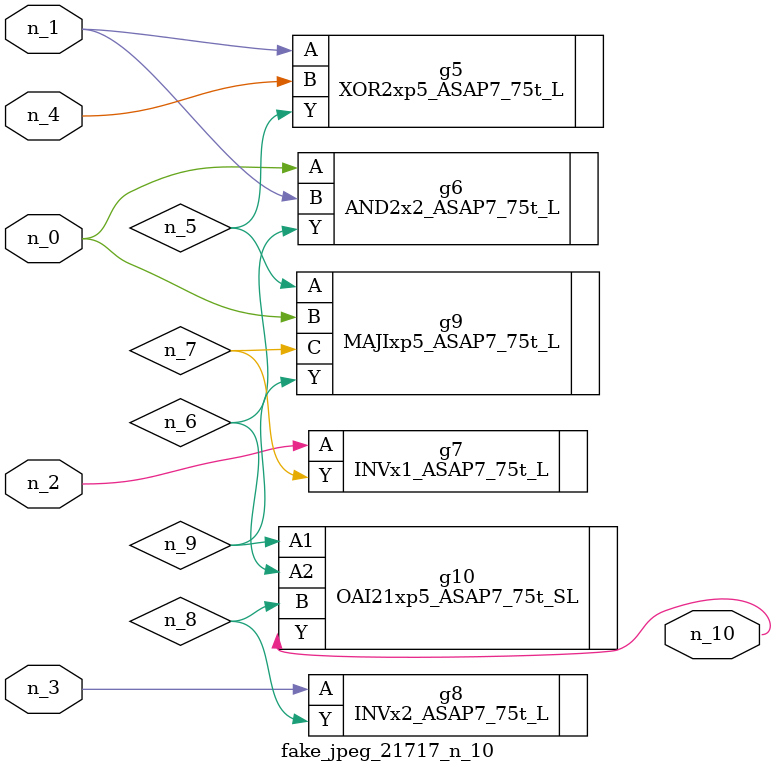
<source format=v>
module fake_jpeg_21717_n_10 (n_3, n_2, n_1, n_0, n_4, n_10);

input n_3;
input n_2;
input n_1;
input n_0;
input n_4;

output n_10;

wire n_8;
wire n_9;
wire n_6;
wire n_5;
wire n_7;

XOR2xp5_ASAP7_75t_L g5 ( 
.A(n_1),
.B(n_4),
.Y(n_5)
);

AND2x2_ASAP7_75t_L g6 ( 
.A(n_0),
.B(n_1),
.Y(n_6)
);

INVx1_ASAP7_75t_L g7 ( 
.A(n_2),
.Y(n_7)
);

INVx2_ASAP7_75t_L g8 ( 
.A(n_3),
.Y(n_8)
);

MAJIxp5_ASAP7_75t_L g9 ( 
.A(n_5),
.B(n_0),
.C(n_7),
.Y(n_9)
);

OAI21xp5_ASAP7_75t_SL g10 ( 
.A1(n_9),
.A2(n_6),
.B(n_8),
.Y(n_10)
);


endmodule
</source>
